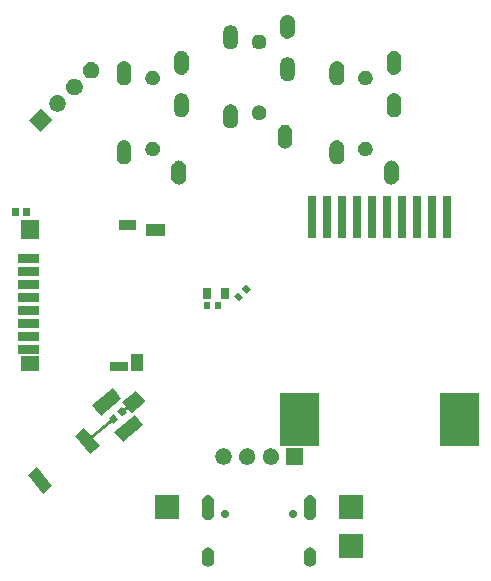
<source format=gbs>
G04 #@! TF.GenerationSoftware,KiCad,Pcbnew,5.1.5+dfsg1-2build2*
G04 #@! TF.CreationDate,2020-11-19T19:26:10+01:00*
G04 #@! TF.ProjectId,OtterCastAudioV2,4f747465-7243-4617-9374-417564696f56,rev?*
G04 #@! TF.SameCoordinates,Original*
G04 #@! TF.FileFunction,Soldermask,Bot*
G04 #@! TF.FilePolarity,Negative*
%FSLAX46Y46*%
G04 Gerber Fmt 4.6, Leading zero omitted, Abs format (unit mm)*
G04 Created by KiCad (PCBNEW 5.1.5+dfsg1-2build2) date 2020-11-19 19:26:10*
%MOMM*%
%LPD*%
G04 APERTURE LIST*
%ADD10C,0.100000*%
G04 APERTURE END LIST*
D10*
G36*
X95781937Y-121082524D02*
G01*
X95879957Y-121112258D01*
X95879960Y-121112260D01*
X95879961Y-121112260D01*
X95970295Y-121160544D01*
X96049475Y-121225525D01*
X96114456Y-121304705D01*
X96162740Y-121395038D01*
X96162742Y-121395042D01*
X96192476Y-121493062D01*
X96200000Y-121569455D01*
X96200000Y-122220545D01*
X96192476Y-122296938D01*
X96162742Y-122394958D01*
X96162740Y-122394961D01*
X96162740Y-122394962D01*
X96114456Y-122485295D01*
X96049475Y-122564475D01*
X95970295Y-122629456D01*
X95879962Y-122677740D01*
X95879958Y-122677742D01*
X95781938Y-122707476D01*
X95680000Y-122717516D01*
X95578063Y-122707476D01*
X95480043Y-122677742D01*
X95480039Y-122677740D01*
X95389706Y-122629456D01*
X95310526Y-122564475D01*
X95245545Y-122485295D01*
X95197260Y-122394962D01*
X95189523Y-122369456D01*
X95167525Y-122296938D01*
X95165679Y-122278196D01*
X95160000Y-122220541D01*
X95160000Y-121569455D01*
X95167524Y-121493063D01*
X95197258Y-121395043D01*
X95197261Y-121395038D01*
X95245544Y-121304705D01*
X95310525Y-121225525D01*
X95389705Y-121160544D01*
X95480038Y-121112260D01*
X95480039Y-121112260D01*
X95480042Y-121112258D01*
X95578062Y-121082524D01*
X95680000Y-121072484D01*
X95781937Y-121082524D01*
G37*
G36*
X104421937Y-121082524D02*
G01*
X104519957Y-121112258D01*
X104519960Y-121112260D01*
X104519961Y-121112260D01*
X104610295Y-121160544D01*
X104689475Y-121225525D01*
X104754456Y-121304705D01*
X104802740Y-121395038D01*
X104802742Y-121395042D01*
X104832476Y-121493062D01*
X104840000Y-121569455D01*
X104840000Y-122220545D01*
X104832476Y-122296938D01*
X104802742Y-122394958D01*
X104802740Y-122394961D01*
X104802740Y-122394962D01*
X104754456Y-122485295D01*
X104689475Y-122564475D01*
X104610295Y-122629456D01*
X104519962Y-122677740D01*
X104519958Y-122677742D01*
X104421938Y-122707476D01*
X104320000Y-122717516D01*
X104218063Y-122707476D01*
X104120043Y-122677742D01*
X104120039Y-122677740D01*
X104029706Y-122629456D01*
X103950526Y-122564475D01*
X103885545Y-122485295D01*
X103837260Y-122394962D01*
X103829523Y-122369456D01*
X103807525Y-122296938D01*
X103805679Y-122278196D01*
X103800000Y-122220541D01*
X103800000Y-121569455D01*
X103807524Y-121493063D01*
X103837258Y-121395043D01*
X103837261Y-121395038D01*
X103885544Y-121304705D01*
X103950525Y-121225525D01*
X104029705Y-121160544D01*
X104120038Y-121112260D01*
X104120039Y-121112260D01*
X104120042Y-121112258D01*
X104218062Y-121082524D01*
X104320000Y-121072484D01*
X104421937Y-121082524D01*
G37*
G36*
X108800000Y-122000000D02*
G01*
X106800000Y-122000000D01*
X106800000Y-120000000D01*
X108800000Y-120000000D01*
X108800000Y-122000000D01*
G37*
G36*
X95781937Y-116652524D02*
G01*
X95879957Y-116682258D01*
X95879960Y-116682260D01*
X95879961Y-116682260D01*
X95970295Y-116730544D01*
X96049475Y-116795525D01*
X96114456Y-116874705D01*
X96162740Y-116965038D01*
X96162742Y-116965042D01*
X96192476Y-117063062D01*
X96200000Y-117139455D01*
X96200000Y-118290545D01*
X96192476Y-118366938D01*
X96162742Y-118464958D01*
X96162740Y-118464961D01*
X96162740Y-118464962D01*
X96114456Y-118555295D01*
X96049475Y-118634475D01*
X95970295Y-118699456D01*
X95879962Y-118747740D01*
X95879958Y-118747742D01*
X95781938Y-118777476D01*
X95680000Y-118787516D01*
X95578063Y-118777476D01*
X95480043Y-118747742D01*
X95480039Y-118747740D01*
X95389706Y-118699456D01*
X95310526Y-118634475D01*
X95245545Y-118555295D01*
X95197261Y-118464962D01*
X95197261Y-118464961D01*
X95197259Y-118464958D01*
X95167525Y-118366938D01*
X95160001Y-118290545D01*
X95160000Y-117139456D01*
X95167524Y-117063063D01*
X95197258Y-116965043D01*
X95197261Y-116965038D01*
X95245544Y-116874705D01*
X95310525Y-116795525D01*
X95389705Y-116730544D01*
X95480038Y-116682260D01*
X95480039Y-116682260D01*
X95480042Y-116682258D01*
X95578062Y-116652524D01*
X95680000Y-116642484D01*
X95781937Y-116652524D01*
G37*
G36*
X104421937Y-116652524D02*
G01*
X104519957Y-116682258D01*
X104519960Y-116682260D01*
X104519961Y-116682260D01*
X104610295Y-116730544D01*
X104689475Y-116795525D01*
X104754456Y-116874705D01*
X104802740Y-116965038D01*
X104802742Y-116965042D01*
X104832476Y-117063062D01*
X104840000Y-117139455D01*
X104840000Y-118290545D01*
X104832476Y-118366938D01*
X104802742Y-118464958D01*
X104802740Y-118464961D01*
X104802740Y-118464962D01*
X104754456Y-118555295D01*
X104689475Y-118634475D01*
X104610295Y-118699456D01*
X104519962Y-118747740D01*
X104519958Y-118747742D01*
X104421938Y-118777476D01*
X104320000Y-118787516D01*
X104218063Y-118777476D01*
X104120043Y-118747742D01*
X104120039Y-118747740D01*
X104029706Y-118699456D01*
X103950526Y-118634475D01*
X103885545Y-118555295D01*
X103837261Y-118464962D01*
X103837261Y-118464961D01*
X103837259Y-118464958D01*
X103807525Y-118366938D01*
X103800001Y-118290545D01*
X103800000Y-117139456D01*
X103807524Y-117063063D01*
X103837258Y-116965043D01*
X103837261Y-116965038D01*
X103885544Y-116874705D01*
X103950525Y-116795525D01*
X104029705Y-116730544D01*
X104120038Y-116682260D01*
X104120039Y-116682260D01*
X104120042Y-116682258D01*
X104218062Y-116652524D01*
X104320000Y-116642484D01*
X104421937Y-116652524D01*
G37*
G36*
X93200000Y-118650000D02*
G01*
X91200000Y-118650000D01*
X91200000Y-116650000D01*
X93200000Y-116650000D01*
X93200000Y-118650000D01*
G37*
G36*
X108800000Y-118650000D02*
G01*
X106800000Y-118650000D01*
X106800000Y-116650000D01*
X108800000Y-116650000D01*
X108800000Y-118650000D01*
G37*
G36*
X102990633Y-117913258D02*
G01*
X103022026Y-117926262D01*
X103053418Y-117939264D01*
X103109925Y-117977022D01*
X103157978Y-118025075D01*
X103195736Y-118081582D01*
X103208738Y-118112974D01*
X103221742Y-118144367D01*
X103235000Y-118211020D01*
X103235000Y-118278980D01*
X103221742Y-118345633D01*
X103212917Y-118366938D01*
X103195736Y-118408418D01*
X103157978Y-118464925D01*
X103109925Y-118512978D01*
X103053418Y-118550736D01*
X103022026Y-118563739D01*
X102990633Y-118576742D01*
X102923980Y-118590000D01*
X102856020Y-118590000D01*
X102789367Y-118576742D01*
X102757974Y-118563739D01*
X102726582Y-118550736D01*
X102670075Y-118512978D01*
X102622022Y-118464925D01*
X102584264Y-118408418D01*
X102567083Y-118366938D01*
X102558258Y-118345633D01*
X102545000Y-118278980D01*
X102545000Y-118211020D01*
X102558258Y-118144367D01*
X102571261Y-118112974D01*
X102584264Y-118081582D01*
X102622022Y-118025075D01*
X102670075Y-117977022D01*
X102726582Y-117939264D01*
X102757974Y-117926262D01*
X102789367Y-117913258D01*
X102856020Y-117900000D01*
X102923980Y-117900000D01*
X102990633Y-117913258D01*
G37*
G36*
X97210633Y-117913258D02*
G01*
X97242026Y-117926262D01*
X97273418Y-117939264D01*
X97329925Y-117977022D01*
X97377978Y-118025075D01*
X97415736Y-118081582D01*
X97428738Y-118112974D01*
X97441742Y-118144367D01*
X97455000Y-118211020D01*
X97455000Y-118278980D01*
X97441742Y-118345633D01*
X97432917Y-118366938D01*
X97415736Y-118408418D01*
X97377978Y-118464925D01*
X97329925Y-118512978D01*
X97273418Y-118550736D01*
X97242026Y-118563739D01*
X97210633Y-118576742D01*
X97143980Y-118590000D01*
X97076020Y-118590000D01*
X97009367Y-118576742D01*
X96977974Y-118563739D01*
X96946582Y-118550736D01*
X96890075Y-118512978D01*
X96842022Y-118464925D01*
X96804264Y-118408418D01*
X96787083Y-118366938D01*
X96778258Y-118345633D01*
X96765000Y-118278980D01*
X96765000Y-118211020D01*
X96778258Y-118144367D01*
X96791261Y-118112974D01*
X96804264Y-118081582D01*
X96842022Y-118025075D01*
X96890075Y-117977022D01*
X96946582Y-117939264D01*
X96977974Y-117926262D01*
X97009367Y-117913258D01*
X97076020Y-117900000D01*
X97143980Y-117900000D01*
X97210633Y-117913258D01*
G37*
G36*
X82512271Y-115868364D02*
G01*
X81715584Y-116536863D01*
X80404297Y-114974132D01*
X81200984Y-114305633D01*
X82512271Y-115868364D01*
G37*
G36*
X101202724Y-112731708D02*
G01*
X101329206Y-112784099D01*
X101443037Y-112860158D01*
X101539842Y-112956963D01*
X101615901Y-113070794D01*
X101668292Y-113197276D01*
X101695000Y-113331548D01*
X101695000Y-113468452D01*
X101668292Y-113602724D01*
X101615901Y-113729206D01*
X101539842Y-113843037D01*
X101443037Y-113939842D01*
X101329206Y-114015901D01*
X101202724Y-114068292D01*
X101068452Y-114095000D01*
X100931548Y-114095000D01*
X100797276Y-114068292D01*
X100670794Y-114015901D01*
X100556963Y-113939842D01*
X100460158Y-113843037D01*
X100384099Y-113729206D01*
X100331708Y-113602724D01*
X100305000Y-113468452D01*
X100305000Y-113331548D01*
X100331708Y-113197276D01*
X100384099Y-113070794D01*
X100460158Y-112956963D01*
X100556963Y-112860158D01*
X100670794Y-112784099D01*
X100797276Y-112731708D01*
X100931548Y-112705000D01*
X101068452Y-112705000D01*
X101202724Y-112731708D01*
G37*
G36*
X99202724Y-112731708D02*
G01*
X99329206Y-112784099D01*
X99443037Y-112860158D01*
X99539842Y-112956963D01*
X99615901Y-113070794D01*
X99668292Y-113197276D01*
X99695000Y-113331548D01*
X99695000Y-113468452D01*
X99668292Y-113602724D01*
X99615901Y-113729206D01*
X99539842Y-113843037D01*
X99443037Y-113939842D01*
X99329206Y-114015901D01*
X99202724Y-114068292D01*
X99068452Y-114095000D01*
X98931548Y-114095000D01*
X98797276Y-114068292D01*
X98670794Y-114015901D01*
X98556963Y-113939842D01*
X98460158Y-113843037D01*
X98384099Y-113729206D01*
X98331708Y-113602724D01*
X98305000Y-113468452D01*
X98305000Y-113331548D01*
X98331708Y-113197276D01*
X98384099Y-113070794D01*
X98460158Y-112956963D01*
X98556963Y-112860158D01*
X98670794Y-112784099D01*
X98797276Y-112731708D01*
X98931548Y-112705000D01*
X99068452Y-112705000D01*
X99202724Y-112731708D01*
G37*
G36*
X103695000Y-114095000D02*
G01*
X102305000Y-114095000D01*
X102305000Y-112705000D01*
X103695000Y-112705000D01*
X103695000Y-114095000D01*
G37*
G36*
X97202724Y-112731708D02*
G01*
X97329206Y-112784099D01*
X97443037Y-112860158D01*
X97539842Y-112956963D01*
X97615901Y-113070794D01*
X97668292Y-113197276D01*
X97695000Y-113331548D01*
X97695000Y-113468452D01*
X97668292Y-113602724D01*
X97615901Y-113729206D01*
X97539842Y-113843037D01*
X97443037Y-113939842D01*
X97329206Y-114015901D01*
X97202724Y-114068292D01*
X97068452Y-114095000D01*
X96931548Y-114095000D01*
X96797276Y-114068292D01*
X96670794Y-114015901D01*
X96556963Y-113939842D01*
X96460158Y-113843037D01*
X96384099Y-113729206D01*
X96331708Y-113602724D01*
X96305000Y-113468452D01*
X96305000Y-113331548D01*
X96331708Y-113197276D01*
X96384099Y-113070794D01*
X96460158Y-112956963D01*
X96556963Y-112860158D01*
X96670794Y-112784099D01*
X96797276Y-112731708D01*
X96931548Y-112705000D01*
X97068452Y-112705000D01*
X97202724Y-112731708D01*
G37*
G36*
X88091089Y-110273394D02*
G01*
X87677425Y-110620499D01*
X87564933Y-110486436D01*
X87561435Y-110483013D01*
X87557330Y-110480335D01*
X87552783Y-110478509D01*
X87547966Y-110477605D01*
X87543065Y-110477659D01*
X87538270Y-110478667D01*
X87533763Y-110480592D01*
X87529720Y-110483358D01*
X87366281Y-110620499D01*
X85936344Y-111820359D01*
X85932917Y-111823862D01*
X85930239Y-111827966D01*
X85928413Y-111832514D01*
X85927509Y-111837330D01*
X85927563Y-111842231D01*
X85928571Y-111847026D01*
X85930496Y-111851533D01*
X85933263Y-111855578D01*
X86495703Y-112525868D01*
X85699016Y-113194367D01*
X84387729Y-111631636D01*
X85184416Y-110963137D01*
X85746856Y-111633427D01*
X85750359Y-111636854D01*
X85754463Y-111639532D01*
X85759011Y-111641358D01*
X85763827Y-111642262D01*
X85768728Y-111642208D01*
X85773523Y-111641200D01*
X85778030Y-111639275D01*
X85782075Y-111636508D01*
X87375449Y-110299508D01*
X87378876Y-110296005D01*
X87381554Y-110291901D01*
X87383380Y-110287353D01*
X87384284Y-110282537D01*
X87384230Y-110277636D01*
X87383222Y-110272841D01*
X87381297Y-110268334D01*
X87378530Y-110264289D01*
X87266041Y-110130230D01*
X87679705Y-109783125D01*
X88091089Y-110273394D01*
G37*
G36*
X105100000Y-112520000D02*
G01*
X101780000Y-112520000D01*
X101780000Y-107980000D01*
X105100000Y-107980000D01*
X105100000Y-112520000D01*
G37*
G36*
X118620000Y-112520000D02*
G01*
X115300000Y-112520000D01*
X115300000Y-107980000D01*
X118620000Y-107980000D01*
X118620000Y-112520000D01*
G37*
G36*
X89826817Y-110272841D02*
G01*
X90202668Y-110720762D01*
X90202668Y-110720763D01*
X88486728Y-112160607D01*
X88049279Y-111639275D01*
X87753950Y-111287316D01*
X87753950Y-111287315D01*
X89469890Y-109847471D01*
X89826817Y-110272841D01*
G37*
G36*
X89581329Y-107807385D02*
G01*
X89584984Y-107808852D01*
X89588284Y-107811006D01*
X89591985Y-107814627D01*
X90361746Y-108731992D01*
X90362445Y-108733014D01*
X90364670Y-108736266D01*
X90366217Y-108739889D01*
X90367028Y-108743744D01*
X90367071Y-108747684D01*
X90366344Y-108751556D01*
X90364877Y-108755211D01*
X90362723Y-108758511D01*
X90359102Y-108762212D01*
X89211924Y-109724810D01*
X89210902Y-109725509D01*
X89207650Y-109727734D01*
X89204027Y-109729281D01*
X89200172Y-109730092D01*
X89196232Y-109730135D01*
X89192360Y-109729408D01*
X89192044Y-109729281D01*
X89188705Y-109727941D01*
X89185405Y-109725787D01*
X89181704Y-109722166D01*
X88890167Y-109374725D01*
X88886664Y-109371298D01*
X88882560Y-109368620D01*
X88878012Y-109366794D01*
X88873196Y-109365890D01*
X88868295Y-109365944D01*
X88863500Y-109366952D01*
X88858993Y-109368877D01*
X88854948Y-109371644D01*
X88702071Y-109499923D01*
X88698644Y-109503426D01*
X88695966Y-109507530D01*
X88694140Y-109512078D01*
X88693236Y-109516894D01*
X88693290Y-109521795D01*
X88694298Y-109526590D01*
X88696223Y-109531097D01*
X88698990Y-109535142D01*
X88797690Y-109652769D01*
X88798389Y-109653791D01*
X88800614Y-109657043D01*
X88802161Y-109660666D01*
X88802972Y-109664521D01*
X88803015Y-109668461D01*
X88802288Y-109672333D01*
X88800821Y-109675988D01*
X88798667Y-109679288D01*
X88795046Y-109682989D01*
X88413912Y-110002798D01*
X88412890Y-110003497D01*
X88409638Y-110005722D01*
X88406015Y-110007269D01*
X88402160Y-110008080D01*
X88398220Y-110008123D01*
X88394348Y-110007396D01*
X88394032Y-110007269D01*
X88390693Y-110005929D01*
X88387393Y-110003775D01*
X88383692Y-110000154D01*
X87999604Y-109542416D01*
X87996681Y-109538143D01*
X87996680Y-109538142D01*
X87995133Y-109534519D01*
X87994322Y-109530664D01*
X87994279Y-109526724D01*
X87995006Y-109522852D01*
X87995430Y-109521795D01*
X87996473Y-109519197D01*
X87998627Y-109515897D01*
X88002248Y-109512196D01*
X88383382Y-109192386D01*
X88387655Y-109189463D01*
X88387656Y-109189462D01*
X88391279Y-109187915D01*
X88395134Y-109187104D01*
X88399074Y-109187061D01*
X88402946Y-109187788D01*
X88406601Y-109189255D01*
X88409901Y-109191409D01*
X88413602Y-109195030D01*
X88512302Y-109312657D01*
X88515804Y-109316084D01*
X88519909Y-109318762D01*
X88524456Y-109320588D01*
X88529273Y-109321492D01*
X88534173Y-109321438D01*
X88538969Y-109320430D01*
X88543476Y-109318505D01*
X88547521Y-109315738D01*
X88700398Y-109187459D01*
X88703825Y-109183956D01*
X88706503Y-109179852D01*
X88708329Y-109175304D01*
X88709233Y-109170488D01*
X88709179Y-109165587D01*
X88708171Y-109160792D01*
X88706246Y-109156285D01*
X88703479Y-109152240D01*
X88411942Y-108804800D01*
X88409019Y-108800527D01*
X88409018Y-108800526D01*
X88407471Y-108796903D01*
X88406660Y-108793048D01*
X88406617Y-108789108D01*
X88407344Y-108785236D01*
X88408811Y-108781581D01*
X88410965Y-108778281D01*
X88414586Y-108774580D01*
X89561765Y-107811983D01*
X89566038Y-107809060D01*
X89566039Y-107809059D01*
X89569662Y-107807512D01*
X89573517Y-107806701D01*
X89577457Y-107806658D01*
X89581329Y-107807385D01*
G37*
G36*
X87972195Y-108062588D02*
G01*
X88338584Y-108499233D01*
X88338584Y-108499234D01*
X86622644Y-109939078D01*
X86146511Y-109371644D01*
X85889866Y-109065787D01*
X85889866Y-109065786D01*
X87605806Y-107625942D01*
X87972195Y-108062588D01*
G37*
G36*
X90195000Y-106195000D02*
G01*
X89155000Y-106195000D01*
X89155000Y-104705000D01*
X90195000Y-104705000D01*
X90195000Y-106195000D01*
G37*
G36*
X88945000Y-106195000D02*
G01*
X87405000Y-106195000D01*
X87405000Y-105355000D01*
X88945000Y-105355000D01*
X88945000Y-106195000D01*
G37*
G36*
X81345000Y-106195000D02*
G01*
X79805000Y-106195000D01*
X79805000Y-104855000D01*
X81345000Y-104855000D01*
X81345000Y-106195000D01*
G37*
G36*
X81345000Y-104695000D02*
G01*
X79555000Y-104695000D01*
X79555000Y-103955000D01*
X81345000Y-103955000D01*
X81345000Y-104695000D01*
G37*
G36*
X81345000Y-103595000D02*
G01*
X79555000Y-103595000D01*
X79555000Y-102855000D01*
X81345000Y-102855000D01*
X81345000Y-103595000D01*
G37*
G36*
X81345000Y-102495000D02*
G01*
X79555000Y-102495000D01*
X79555000Y-101755000D01*
X81345000Y-101755000D01*
X81345000Y-102495000D01*
G37*
G36*
X81345000Y-101395000D02*
G01*
X79555000Y-101395000D01*
X79555000Y-100655000D01*
X81345000Y-100655000D01*
X81345000Y-101395000D01*
G37*
G36*
X96790000Y-100920000D02*
G01*
X96250000Y-100920000D01*
X96250000Y-100280000D01*
X96790000Y-100280000D01*
X96790000Y-100920000D01*
G37*
G36*
X95850000Y-100920000D02*
G01*
X95310000Y-100920000D01*
X95310000Y-100280000D01*
X95850000Y-100280000D01*
X95850000Y-100920000D01*
G37*
G36*
X98684853Y-99917695D02*
G01*
X98303015Y-100299533D01*
X97850467Y-99846985D01*
X98232305Y-99465147D01*
X98684853Y-99917695D01*
G37*
G36*
X81345000Y-100295000D02*
G01*
X79555000Y-100295000D01*
X79555000Y-99555000D01*
X81345000Y-99555000D01*
X81345000Y-100295000D01*
G37*
G36*
X97420000Y-100070000D02*
G01*
X96780000Y-100070000D01*
X96780000Y-99130000D01*
X97420000Y-99130000D01*
X97420000Y-100070000D01*
G37*
G36*
X95920000Y-100070000D02*
G01*
X95280000Y-100070000D01*
X95280000Y-99130000D01*
X95920000Y-99130000D01*
X95920000Y-100070000D01*
G37*
G36*
X99349533Y-99253015D02*
G01*
X98967695Y-99634853D01*
X98515147Y-99182305D01*
X98896985Y-98800467D01*
X99349533Y-99253015D01*
G37*
G36*
X81345000Y-99195000D02*
G01*
X79555000Y-99195000D01*
X79555000Y-98455000D01*
X81345000Y-98455000D01*
X81345000Y-99195000D01*
G37*
G36*
X81345000Y-98095000D02*
G01*
X79555000Y-98095000D01*
X79555000Y-97355000D01*
X81345000Y-97355000D01*
X81345000Y-98095000D01*
G37*
G36*
X81345000Y-96995000D02*
G01*
X79555000Y-96995000D01*
X79555000Y-96255000D01*
X81345000Y-96255000D01*
X81345000Y-96995000D01*
G37*
G36*
X81345000Y-94945000D02*
G01*
X79805000Y-94945000D01*
X79805000Y-93405000D01*
X81345000Y-93405000D01*
X81345000Y-94945000D01*
G37*
G36*
X106125000Y-94870000D02*
G01*
X105385000Y-94870000D01*
X105385000Y-91330000D01*
X106125000Y-91330000D01*
X106125000Y-94870000D01*
G37*
G36*
X107395000Y-94870000D02*
G01*
X106655000Y-94870000D01*
X106655000Y-91330000D01*
X107395000Y-91330000D01*
X107395000Y-94870000D01*
G37*
G36*
X108665000Y-94870000D02*
G01*
X107925000Y-94870000D01*
X107925000Y-91330000D01*
X108665000Y-91330000D01*
X108665000Y-94870000D01*
G37*
G36*
X109935000Y-94870000D02*
G01*
X109195000Y-94870000D01*
X109195000Y-91330000D01*
X109935000Y-91330000D01*
X109935000Y-94870000D01*
G37*
G36*
X112475000Y-94870000D02*
G01*
X111735000Y-94870000D01*
X111735000Y-91330000D01*
X112475000Y-91330000D01*
X112475000Y-94870000D01*
G37*
G36*
X113745000Y-94870000D02*
G01*
X113005000Y-94870000D01*
X113005000Y-91330000D01*
X113745000Y-91330000D01*
X113745000Y-94870000D01*
G37*
G36*
X115015000Y-94870000D02*
G01*
X114275000Y-94870000D01*
X114275000Y-91330000D01*
X115015000Y-91330000D01*
X115015000Y-94870000D01*
G37*
G36*
X116285000Y-94870000D02*
G01*
X115545000Y-94870000D01*
X115545000Y-91330000D01*
X116285000Y-91330000D01*
X116285000Y-94870000D01*
G37*
G36*
X104855000Y-94870000D02*
G01*
X104115000Y-94870000D01*
X104115000Y-91330000D01*
X104855000Y-91330000D01*
X104855000Y-94870000D01*
G37*
G36*
X111205000Y-94870000D02*
G01*
X110465000Y-94870000D01*
X110465000Y-91330000D01*
X111205000Y-91330000D01*
X111205000Y-94870000D01*
G37*
G36*
X92045000Y-94745000D02*
G01*
X90455000Y-94745000D01*
X90455000Y-93705000D01*
X92045000Y-93705000D01*
X92045000Y-94745000D01*
G37*
G36*
X89545000Y-94245000D02*
G01*
X88105000Y-94245000D01*
X88105000Y-93405000D01*
X89545000Y-93405000D01*
X89545000Y-94245000D01*
G37*
G36*
X80590000Y-93020000D02*
G01*
X80050000Y-93020000D01*
X80050000Y-92380000D01*
X80590000Y-92380000D01*
X80590000Y-93020000D01*
G37*
G36*
X79650000Y-93020000D02*
G01*
X79110000Y-93020000D01*
X79110000Y-92380000D01*
X79650000Y-92380000D01*
X79650000Y-93020000D01*
G37*
G36*
X93321541Y-88338972D02*
G01*
X93438415Y-88374425D01*
X93514854Y-88415283D01*
X93546120Y-88431995D01*
X93640527Y-88509473D01*
X93718005Y-88603880D01*
X93734717Y-88635146D01*
X93775575Y-88711585D01*
X93811028Y-88828459D01*
X93820000Y-88919553D01*
X93820000Y-89780447D01*
X93811028Y-89871541D01*
X93775575Y-89988415D01*
X93734717Y-90064854D01*
X93718005Y-90096120D01*
X93640527Y-90190527D01*
X93546119Y-90268005D01*
X93546117Y-90268006D01*
X93438414Y-90325575D01*
X93321540Y-90361028D01*
X93200000Y-90372999D01*
X93078459Y-90361028D01*
X92961585Y-90325575D01*
X92885146Y-90284717D01*
X92853880Y-90268005D01*
X92759473Y-90190527D01*
X92681995Y-90096119D01*
X92678703Y-90089959D01*
X92624425Y-89988414D01*
X92588972Y-89871540D01*
X92580000Y-89780446D01*
X92580000Y-88919553D01*
X92588972Y-88828455D01*
X92624424Y-88711590D01*
X92653211Y-88657734D01*
X92681996Y-88603880D01*
X92759474Y-88509473D01*
X92853881Y-88431995D01*
X92885147Y-88415283D01*
X92961586Y-88374425D01*
X93078460Y-88338972D01*
X93200000Y-88327001D01*
X93321541Y-88338972D01*
G37*
G36*
X111321541Y-88338972D02*
G01*
X111438415Y-88374425D01*
X111514854Y-88415283D01*
X111546120Y-88431995D01*
X111640527Y-88509473D01*
X111718005Y-88603880D01*
X111734717Y-88635146D01*
X111775575Y-88711585D01*
X111811028Y-88828459D01*
X111820000Y-88919553D01*
X111820000Y-89780447D01*
X111811028Y-89871541D01*
X111775575Y-89988415D01*
X111734717Y-90064854D01*
X111718005Y-90096120D01*
X111640527Y-90190527D01*
X111546119Y-90268005D01*
X111546117Y-90268006D01*
X111438414Y-90325575D01*
X111321540Y-90361028D01*
X111200000Y-90372999D01*
X111078459Y-90361028D01*
X110961585Y-90325575D01*
X110885146Y-90284717D01*
X110853880Y-90268005D01*
X110759473Y-90190527D01*
X110681995Y-90096119D01*
X110678703Y-90089959D01*
X110624425Y-89988414D01*
X110588972Y-89871540D01*
X110580000Y-89780446D01*
X110580000Y-88919553D01*
X110588972Y-88828455D01*
X110624424Y-88711590D01*
X110653211Y-88657734D01*
X110681996Y-88603880D01*
X110759474Y-88509473D01*
X110853881Y-88431995D01*
X110885147Y-88415283D01*
X110961586Y-88374425D01*
X111078460Y-88338972D01*
X111200000Y-88327001D01*
X111321541Y-88338972D01*
G37*
G36*
X106701541Y-86638972D02*
G01*
X106818415Y-86674425D01*
X106894854Y-86715283D01*
X106926120Y-86731995D01*
X107020527Y-86809473D01*
X107068900Y-86868415D01*
X107098004Y-86903879D01*
X107155575Y-87011585D01*
X107166050Y-87046117D01*
X107191028Y-87128459D01*
X107199848Y-87218004D01*
X107200000Y-87219553D01*
X107200000Y-88080447D01*
X107191028Y-88171541D01*
X107155575Y-88288415D01*
X107128551Y-88338972D01*
X107098005Y-88396120D01*
X107020527Y-88490527D01*
X106926119Y-88568005D01*
X106926117Y-88568006D01*
X106818414Y-88625575D01*
X106701540Y-88661028D01*
X106580000Y-88672999D01*
X106458459Y-88661028D01*
X106341585Y-88625575D01*
X106265146Y-88584717D01*
X106233880Y-88568005D01*
X106139473Y-88490527D01*
X106061995Y-88396119D01*
X106050399Y-88374424D01*
X106004425Y-88288414D01*
X105968972Y-88171540D01*
X105960000Y-88080446D01*
X105960000Y-87219553D01*
X105960153Y-87218004D01*
X105967783Y-87140527D01*
X105968972Y-87128455D01*
X106004424Y-87011590D01*
X106043537Y-86938415D01*
X106061996Y-86903880D01*
X106139474Y-86809473D01*
X106233881Y-86731995D01*
X106265147Y-86715283D01*
X106341586Y-86674425D01*
X106458460Y-86638972D01*
X106580000Y-86627001D01*
X106701541Y-86638972D01*
G37*
G36*
X88701541Y-86638972D02*
G01*
X88818415Y-86674425D01*
X88894854Y-86715283D01*
X88926120Y-86731995D01*
X89020527Y-86809473D01*
X89068900Y-86868415D01*
X89098004Y-86903879D01*
X89155575Y-87011585D01*
X89166050Y-87046117D01*
X89191028Y-87128459D01*
X89199848Y-87218004D01*
X89200000Y-87219553D01*
X89200000Y-88080447D01*
X89191028Y-88171541D01*
X89155575Y-88288415D01*
X89128551Y-88338972D01*
X89098005Y-88396120D01*
X89020527Y-88490527D01*
X88926119Y-88568005D01*
X88926117Y-88568006D01*
X88818414Y-88625575D01*
X88701540Y-88661028D01*
X88580000Y-88672999D01*
X88458459Y-88661028D01*
X88341585Y-88625575D01*
X88265146Y-88584717D01*
X88233880Y-88568005D01*
X88139473Y-88490527D01*
X88061995Y-88396119D01*
X88050399Y-88374424D01*
X88004425Y-88288414D01*
X87968972Y-88171540D01*
X87960000Y-88080446D01*
X87960000Y-87219553D01*
X87960153Y-87218004D01*
X87967783Y-87140527D01*
X87968972Y-87128455D01*
X88004424Y-87011590D01*
X88043537Y-86938415D01*
X88061996Y-86903880D01*
X88139474Y-86809473D01*
X88233881Y-86731995D01*
X88265147Y-86715283D01*
X88341586Y-86674425D01*
X88458460Y-86638972D01*
X88580000Y-86627001D01*
X88701541Y-86638972D01*
G37*
G36*
X109180847Y-86753826D02*
G01*
X109293680Y-86800563D01*
X109395227Y-86868414D01*
X109481586Y-86954773D01*
X109549437Y-87056320D01*
X109596174Y-87169153D01*
X109620000Y-87288935D01*
X109620000Y-87411065D01*
X109596174Y-87530847D01*
X109549437Y-87643680D01*
X109481586Y-87745227D01*
X109395227Y-87831586D01*
X109293680Y-87899437D01*
X109180847Y-87946174D01*
X109061065Y-87970000D01*
X108938935Y-87970000D01*
X108819153Y-87946174D01*
X108706320Y-87899437D01*
X108604773Y-87831586D01*
X108518414Y-87745227D01*
X108450563Y-87643680D01*
X108403826Y-87530847D01*
X108380000Y-87411065D01*
X108380000Y-87288935D01*
X108403826Y-87169153D01*
X108450563Y-87056320D01*
X108518414Y-86954773D01*
X108604773Y-86868414D01*
X108706320Y-86800563D01*
X108819153Y-86753826D01*
X108938935Y-86730000D01*
X109061065Y-86730000D01*
X109180847Y-86753826D01*
G37*
G36*
X91180847Y-86753826D02*
G01*
X91293680Y-86800563D01*
X91395227Y-86868414D01*
X91481586Y-86954773D01*
X91549437Y-87056320D01*
X91596174Y-87169153D01*
X91620000Y-87288935D01*
X91620000Y-87411065D01*
X91596174Y-87530847D01*
X91549437Y-87643680D01*
X91481586Y-87745227D01*
X91395227Y-87831586D01*
X91293680Y-87899437D01*
X91180847Y-87946174D01*
X91061065Y-87970000D01*
X90938935Y-87970000D01*
X90819153Y-87946174D01*
X90706320Y-87899437D01*
X90604773Y-87831586D01*
X90518414Y-87745227D01*
X90450563Y-87643680D01*
X90403826Y-87530847D01*
X90380000Y-87411065D01*
X90380000Y-87288935D01*
X90403826Y-87169153D01*
X90450563Y-87056320D01*
X90518414Y-86954773D01*
X90604773Y-86868414D01*
X90706320Y-86800563D01*
X90819153Y-86753826D01*
X90938935Y-86730000D01*
X91061065Y-86730000D01*
X91180847Y-86753826D01*
G37*
G36*
X102321541Y-85288972D02*
G01*
X102438415Y-85324425D01*
X102514854Y-85365283D01*
X102546120Y-85381995D01*
X102640527Y-85459473D01*
X102718005Y-85553880D01*
X102734717Y-85585146D01*
X102775575Y-85661585D01*
X102811027Y-85778455D01*
X102811028Y-85778459D01*
X102820000Y-85869551D01*
X102820000Y-86730449D01*
X102817697Y-86753827D01*
X102811028Y-86821541D01*
X102775575Y-86938415D01*
X102734717Y-87014854D01*
X102718005Y-87046120D01*
X102640527Y-87140527D01*
X102546119Y-87218005D01*
X102546117Y-87218006D01*
X102438414Y-87275575D01*
X102321540Y-87311028D01*
X102200000Y-87322999D01*
X102078459Y-87311028D01*
X102005634Y-87288937D01*
X101961585Y-87275575D01*
X101885146Y-87234717D01*
X101853880Y-87218005D01*
X101759473Y-87140527D01*
X101681995Y-87046119D01*
X101663539Y-87011590D01*
X101624425Y-86938414D01*
X101588972Y-86821540D01*
X101580000Y-86730448D01*
X101580000Y-85869551D01*
X101588972Y-85778459D01*
X101588972Y-85778455D01*
X101624424Y-85661590D01*
X101681996Y-85553880D01*
X101759474Y-85459473D01*
X101853881Y-85381995D01*
X101885147Y-85365283D01*
X101961586Y-85324425D01*
X102078460Y-85288972D01*
X102200000Y-85277001D01*
X102321541Y-85288972D01*
G37*
G36*
X82493090Y-84911305D02*
G01*
X81501672Y-85885569D01*
X80527408Y-84894151D01*
X81518826Y-83919887D01*
X82493090Y-84911305D01*
G37*
G36*
X97701541Y-83588972D02*
G01*
X97818415Y-83624425D01*
X97894854Y-83665283D01*
X97926120Y-83681995D01*
X98020527Y-83759473D01*
X98078502Y-83830115D01*
X98098004Y-83853879D01*
X98155575Y-83961585D01*
X98191027Y-84078455D01*
X98191028Y-84078459D01*
X98199966Y-84169201D01*
X98200000Y-84169553D01*
X98200000Y-85030447D01*
X98191028Y-85121541D01*
X98155575Y-85238415D01*
X98128551Y-85288972D01*
X98098005Y-85346120D01*
X98020527Y-85440527D01*
X97926119Y-85518005D01*
X97926117Y-85518006D01*
X97818414Y-85575575D01*
X97701540Y-85611028D01*
X97580000Y-85622999D01*
X97458459Y-85611028D01*
X97341585Y-85575575D01*
X97265146Y-85534717D01*
X97233880Y-85518005D01*
X97139473Y-85440527D01*
X97061995Y-85346119D01*
X97050399Y-85324424D01*
X97004425Y-85238414D01*
X96968972Y-85121540D01*
X96960000Y-85030446D01*
X96960000Y-84169553D01*
X96960035Y-84169201D01*
X96968972Y-84078459D01*
X96968972Y-84078455D01*
X97004424Y-83961590D01*
X97061997Y-83853879D01*
X97081500Y-83830115D01*
X97139474Y-83759473D01*
X97233881Y-83681995D01*
X97265147Y-83665283D01*
X97341586Y-83624425D01*
X97458460Y-83588972D01*
X97580000Y-83577001D01*
X97701541Y-83588972D01*
G37*
G36*
X100180847Y-83703826D02*
G01*
X100293680Y-83750563D01*
X100395227Y-83818414D01*
X100481586Y-83904773D01*
X100549437Y-84006320D01*
X100596174Y-84119153D01*
X100620000Y-84238935D01*
X100620000Y-84361065D01*
X100596174Y-84480847D01*
X100549437Y-84593680D01*
X100481586Y-84695227D01*
X100395227Y-84781586D01*
X100293680Y-84849437D01*
X100180847Y-84896174D01*
X100061065Y-84920000D01*
X99938935Y-84920000D01*
X99819153Y-84896174D01*
X99706320Y-84849437D01*
X99604773Y-84781586D01*
X99518414Y-84695227D01*
X99450563Y-84593680D01*
X99403826Y-84480847D01*
X99380000Y-84361065D01*
X99380000Y-84238935D01*
X99403826Y-84119153D01*
X99450563Y-84006320D01*
X99518414Y-83904773D01*
X99604773Y-83818414D01*
X99706320Y-83750563D01*
X99819153Y-83703826D01*
X99938935Y-83680000D01*
X100061065Y-83680000D01*
X100180847Y-83703826D01*
G37*
G36*
X93541541Y-82638972D02*
G01*
X93658415Y-82674425D01*
X93734309Y-82714992D01*
X93766120Y-82731995D01*
X93766122Y-82731996D01*
X93766121Y-82731996D01*
X93860527Y-82809473D01*
X93938004Y-82903879D01*
X93995575Y-83011585D01*
X94031028Y-83128459D01*
X94040000Y-83219553D01*
X94040000Y-84080447D01*
X94031028Y-84171541D01*
X93995575Y-84288415D01*
X93956743Y-84361063D01*
X93938005Y-84396120D01*
X93860527Y-84490527D01*
X93766119Y-84568005D01*
X93766117Y-84568006D01*
X93658414Y-84625575D01*
X93541540Y-84661028D01*
X93420000Y-84672999D01*
X93298459Y-84661028D01*
X93181585Y-84625575D01*
X93105146Y-84584717D01*
X93073880Y-84568005D01*
X92979473Y-84490527D01*
X92901995Y-84396119D01*
X92883257Y-84361063D01*
X92844425Y-84288414D01*
X92808972Y-84171540D01*
X92803812Y-84119152D01*
X92800000Y-84080448D01*
X92800000Y-83219551D01*
X92808972Y-83128459D01*
X92808972Y-83128455D01*
X92844424Y-83011590D01*
X92901997Y-82903879D01*
X92979474Y-82809473D01*
X93073880Y-82731996D01*
X93073879Y-82731996D01*
X93073881Y-82731995D01*
X93105692Y-82714992D01*
X93181586Y-82674425D01*
X93298460Y-82638972D01*
X93420000Y-82627001D01*
X93541541Y-82638972D01*
G37*
G36*
X111541541Y-82638972D02*
G01*
X111658415Y-82674425D01*
X111734309Y-82714992D01*
X111766120Y-82731995D01*
X111766122Y-82731996D01*
X111766121Y-82731996D01*
X111860527Y-82809473D01*
X111938004Y-82903879D01*
X111995575Y-83011585D01*
X112031028Y-83128459D01*
X112040000Y-83219553D01*
X112040000Y-84080447D01*
X112031028Y-84171541D01*
X111995575Y-84288415D01*
X111956743Y-84361063D01*
X111938005Y-84396120D01*
X111860527Y-84490527D01*
X111766119Y-84568005D01*
X111766117Y-84568006D01*
X111658414Y-84625575D01*
X111541540Y-84661028D01*
X111420000Y-84672999D01*
X111298459Y-84661028D01*
X111181585Y-84625575D01*
X111105146Y-84584717D01*
X111073880Y-84568005D01*
X110979473Y-84490527D01*
X110901995Y-84396119D01*
X110883257Y-84361063D01*
X110844425Y-84288414D01*
X110808972Y-84171540D01*
X110803812Y-84119152D01*
X110800000Y-84080448D01*
X110800000Y-83219551D01*
X110808972Y-83128459D01*
X110808972Y-83128455D01*
X110844424Y-83011590D01*
X110901997Y-82903879D01*
X110979474Y-82809473D01*
X111073880Y-82731996D01*
X111073879Y-82731996D01*
X111073881Y-82731995D01*
X111105692Y-82714992D01*
X111181586Y-82674425D01*
X111298460Y-82638972D01*
X111420000Y-82627001D01*
X111541541Y-82638972D01*
G37*
G36*
X83139474Y-82832617D02*
G01*
X83265956Y-82885008D01*
X83379787Y-82961067D01*
X83476592Y-83057872D01*
X83552651Y-83171703D01*
X83605042Y-83298185D01*
X83631750Y-83432457D01*
X83631750Y-83569361D01*
X83605042Y-83703633D01*
X83552651Y-83830115D01*
X83476592Y-83943946D01*
X83379787Y-84040751D01*
X83265956Y-84116810D01*
X83139474Y-84169201D01*
X83005202Y-84195909D01*
X82868298Y-84195909D01*
X82734026Y-84169201D01*
X82607544Y-84116810D01*
X82493713Y-84040751D01*
X82396908Y-83943946D01*
X82320849Y-83830115D01*
X82268458Y-83703633D01*
X82241750Y-83569361D01*
X82241750Y-83432457D01*
X82268458Y-83298185D01*
X82320849Y-83171703D01*
X82396908Y-83057872D01*
X82493713Y-82961067D01*
X82607544Y-82885008D01*
X82734026Y-82832617D01*
X82868298Y-82805909D01*
X83005202Y-82805909D01*
X83139474Y-82832617D01*
G37*
G36*
X84565974Y-81430799D02*
G01*
X84692456Y-81483190D01*
X84806287Y-81559249D01*
X84903092Y-81656054D01*
X84979151Y-81769885D01*
X85031542Y-81896367D01*
X85058250Y-82030639D01*
X85058250Y-82167543D01*
X85031542Y-82301815D01*
X84979151Y-82428297D01*
X84903092Y-82542128D01*
X84806287Y-82638933D01*
X84692456Y-82714992D01*
X84565974Y-82767383D01*
X84431702Y-82794091D01*
X84294798Y-82794091D01*
X84160526Y-82767383D01*
X84034044Y-82714992D01*
X83920213Y-82638933D01*
X83823408Y-82542128D01*
X83747349Y-82428297D01*
X83694958Y-82301815D01*
X83668250Y-82167543D01*
X83668250Y-82030639D01*
X83694958Y-81896367D01*
X83747349Y-81769885D01*
X83823408Y-81656054D01*
X83920213Y-81559249D01*
X84034044Y-81483190D01*
X84160526Y-81430799D01*
X84294798Y-81404091D01*
X84431702Y-81404091D01*
X84565974Y-81430799D01*
G37*
G36*
X106701541Y-79938972D02*
G01*
X106818415Y-79974425D01*
X106870512Y-80002272D01*
X106926120Y-80031995D01*
X106982736Y-80078459D01*
X107020527Y-80109473D01*
X107098004Y-80203879D01*
X107155575Y-80311585D01*
X107172708Y-80368066D01*
X107191028Y-80428459D01*
X107200000Y-80519551D01*
X107200000Y-81380449D01*
X107195041Y-81430799D01*
X107191028Y-81471541D01*
X107155575Y-81588415D01*
X107114717Y-81664854D01*
X107098005Y-81696120D01*
X107020527Y-81790527D01*
X106926119Y-81868005D01*
X106926117Y-81868006D01*
X106818414Y-81925575D01*
X106701540Y-81961028D01*
X106580000Y-81972999D01*
X106458459Y-81961028D01*
X106341585Y-81925575D01*
X106265146Y-81884717D01*
X106233880Y-81868005D01*
X106139473Y-81790527D01*
X106061995Y-81696119D01*
X106040580Y-81656054D01*
X106004425Y-81588414D01*
X105968972Y-81471540D01*
X105963016Y-81411065D01*
X105960000Y-81380448D01*
X105960000Y-80519551D01*
X105963851Y-80480448D01*
X105968972Y-80428455D01*
X106004424Y-80311590D01*
X106061997Y-80203879D01*
X106139474Y-80109473D01*
X106177265Y-80078459D01*
X106233881Y-80031995D01*
X106289489Y-80002272D01*
X106341586Y-79974425D01*
X106458460Y-79938972D01*
X106580000Y-79927001D01*
X106701541Y-79938972D01*
G37*
G36*
X88701541Y-79938972D02*
G01*
X88818415Y-79974425D01*
X88870512Y-80002272D01*
X88926120Y-80031995D01*
X88982736Y-80078459D01*
X89020527Y-80109473D01*
X89098004Y-80203879D01*
X89155575Y-80311585D01*
X89172708Y-80368066D01*
X89191028Y-80428459D01*
X89200000Y-80519551D01*
X89200000Y-81380449D01*
X89195041Y-81430799D01*
X89191028Y-81471541D01*
X89155575Y-81588415D01*
X89114717Y-81664854D01*
X89098005Y-81696120D01*
X89020527Y-81790527D01*
X88926119Y-81868005D01*
X88926117Y-81868006D01*
X88818414Y-81925575D01*
X88701540Y-81961028D01*
X88580000Y-81972999D01*
X88458459Y-81961028D01*
X88341585Y-81925575D01*
X88265146Y-81884717D01*
X88233880Y-81868005D01*
X88139473Y-81790527D01*
X88061995Y-81696119D01*
X88040580Y-81656054D01*
X88004425Y-81588414D01*
X87968972Y-81471540D01*
X87963016Y-81411065D01*
X87960000Y-81380448D01*
X87960000Y-80519551D01*
X87963851Y-80480448D01*
X87968972Y-80428455D01*
X88004424Y-80311590D01*
X88061997Y-80203879D01*
X88139474Y-80109473D01*
X88177265Y-80078459D01*
X88233881Y-80031995D01*
X88289489Y-80002272D01*
X88341586Y-79974425D01*
X88458460Y-79938972D01*
X88580000Y-79927001D01*
X88701541Y-79938972D01*
G37*
G36*
X91180847Y-80753826D02*
G01*
X91293680Y-80800563D01*
X91395227Y-80868414D01*
X91481586Y-80954773D01*
X91549437Y-81056320D01*
X91596174Y-81169153D01*
X91620000Y-81288935D01*
X91620000Y-81411065D01*
X91596174Y-81530847D01*
X91549437Y-81643680D01*
X91481586Y-81745227D01*
X91395227Y-81831586D01*
X91293680Y-81899437D01*
X91180847Y-81946174D01*
X91061065Y-81970000D01*
X90938935Y-81970000D01*
X90819153Y-81946174D01*
X90706320Y-81899437D01*
X90604773Y-81831586D01*
X90518414Y-81745227D01*
X90450563Y-81643680D01*
X90403826Y-81530847D01*
X90380000Y-81411065D01*
X90380000Y-81288935D01*
X90403826Y-81169153D01*
X90450563Y-81056320D01*
X90518414Y-80954773D01*
X90604773Y-80868414D01*
X90706320Y-80800563D01*
X90819153Y-80753826D01*
X90938935Y-80730000D01*
X91061065Y-80730000D01*
X91180847Y-80753826D01*
G37*
G36*
X109180847Y-80753826D02*
G01*
X109293680Y-80800563D01*
X109395227Y-80868414D01*
X109481586Y-80954773D01*
X109549437Y-81056320D01*
X109596174Y-81169153D01*
X109620000Y-81288935D01*
X109620000Y-81411065D01*
X109596174Y-81530847D01*
X109549437Y-81643680D01*
X109481586Y-81745227D01*
X109395227Y-81831586D01*
X109293680Y-81899437D01*
X109180847Y-81946174D01*
X109061065Y-81970000D01*
X108938935Y-81970000D01*
X108819153Y-81946174D01*
X108706320Y-81899437D01*
X108604773Y-81831586D01*
X108518414Y-81745227D01*
X108450563Y-81643680D01*
X108403826Y-81530847D01*
X108380000Y-81411065D01*
X108380000Y-81288935D01*
X108403826Y-81169153D01*
X108450563Y-81056320D01*
X108518414Y-80954773D01*
X108604773Y-80868414D01*
X108706320Y-80800563D01*
X108819153Y-80753826D01*
X108938935Y-80730000D01*
X109061065Y-80730000D01*
X109180847Y-80753826D01*
G37*
G36*
X102541541Y-79588972D02*
G01*
X102658415Y-79624425D01*
X102734854Y-79665283D01*
X102766120Y-79681995D01*
X102766122Y-79681996D01*
X102766121Y-79681996D01*
X102860527Y-79759473D01*
X102938004Y-79853879D01*
X102995575Y-79961585D01*
X103031028Y-80078459D01*
X103040000Y-80169553D01*
X103040000Y-81030447D01*
X103031028Y-81121541D01*
X102995575Y-81238415D01*
X102968571Y-81288935D01*
X102938005Y-81346120D01*
X102860527Y-81440527D01*
X102766119Y-81518005D01*
X102766117Y-81518006D01*
X102658414Y-81575575D01*
X102541540Y-81611028D01*
X102420000Y-81622999D01*
X102298459Y-81611028D01*
X102181585Y-81575575D01*
X102097906Y-81530847D01*
X102073880Y-81518005D01*
X101979473Y-81440527D01*
X101901995Y-81346119D01*
X101884385Y-81313173D01*
X101844425Y-81238414D01*
X101808972Y-81121540D01*
X101800000Y-81030446D01*
X101800000Y-80169553D01*
X101808972Y-80078455D01*
X101844424Y-79961590D01*
X101901997Y-79853879D01*
X101979474Y-79759473D01*
X102073880Y-79681996D01*
X102073879Y-79681996D01*
X102073881Y-79681995D01*
X102105147Y-79665283D01*
X102181586Y-79624425D01*
X102298460Y-79588972D01*
X102420000Y-79577001D01*
X102541541Y-79588972D01*
G37*
G36*
X85992475Y-80028980D02*
G01*
X86118957Y-80081371D01*
X86232788Y-80157430D01*
X86329593Y-80254235D01*
X86405652Y-80368066D01*
X86458043Y-80494548D01*
X86484751Y-80628820D01*
X86484751Y-80765724D01*
X86458043Y-80899996D01*
X86405652Y-81026478D01*
X86329593Y-81140309D01*
X86232788Y-81237114D01*
X86118957Y-81313173D01*
X85992475Y-81365564D01*
X85858203Y-81392272D01*
X85721299Y-81392272D01*
X85587027Y-81365564D01*
X85460545Y-81313173D01*
X85346714Y-81237114D01*
X85249909Y-81140309D01*
X85173850Y-81026478D01*
X85121459Y-80899996D01*
X85094751Y-80765724D01*
X85094751Y-80628820D01*
X85121459Y-80494548D01*
X85173850Y-80368066D01*
X85249909Y-80254235D01*
X85346714Y-80157430D01*
X85460545Y-80081371D01*
X85587027Y-80028980D01*
X85721299Y-80002272D01*
X85858203Y-80002272D01*
X85992475Y-80028980D01*
G37*
G36*
X93541541Y-79038972D02*
G01*
X93658415Y-79074425D01*
X93734854Y-79115283D01*
X93766120Y-79131995D01*
X93766122Y-79131996D01*
X93766121Y-79131996D01*
X93860527Y-79209473D01*
X93938004Y-79303879D01*
X93995575Y-79411585D01*
X94031028Y-79528459D01*
X94040000Y-79619553D01*
X94040000Y-80480447D01*
X94031028Y-80571541D01*
X93995575Y-80688415D01*
X93960611Y-80753827D01*
X93938005Y-80796120D01*
X93860527Y-80890527D01*
X93766119Y-80968005D01*
X93766117Y-80968006D01*
X93658414Y-81025575D01*
X93642346Y-81030449D01*
X93541540Y-81061028D01*
X93420000Y-81072999D01*
X93298459Y-81061028D01*
X93181585Y-81025575D01*
X93105146Y-80984717D01*
X93073880Y-80968005D01*
X92979473Y-80890527D01*
X92901995Y-80796119D01*
X92898703Y-80789959D01*
X92844425Y-80688414D01*
X92808972Y-80571540D01*
X92803852Y-80519553D01*
X92800000Y-80480448D01*
X92800000Y-79619551D01*
X92808972Y-79528459D01*
X92808972Y-79528455D01*
X92844424Y-79411590D01*
X92901997Y-79303879D01*
X92979474Y-79209473D01*
X93073880Y-79131996D01*
X93073879Y-79131996D01*
X93073881Y-79131995D01*
X93105147Y-79115283D01*
X93181586Y-79074425D01*
X93298460Y-79038972D01*
X93420000Y-79027001D01*
X93541541Y-79038972D01*
G37*
G36*
X111541541Y-79038972D02*
G01*
X111658415Y-79074425D01*
X111734854Y-79115283D01*
X111766120Y-79131995D01*
X111766122Y-79131996D01*
X111766121Y-79131996D01*
X111860527Y-79209473D01*
X111938004Y-79303879D01*
X111995575Y-79411585D01*
X112031028Y-79528459D01*
X112040000Y-79619553D01*
X112040000Y-80480447D01*
X112031028Y-80571541D01*
X111995575Y-80688415D01*
X111960611Y-80753827D01*
X111938005Y-80796120D01*
X111860527Y-80890527D01*
X111766119Y-80968005D01*
X111766117Y-80968006D01*
X111658414Y-81025575D01*
X111642346Y-81030449D01*
X111541540Y-81061028D01*
X111420000Y-81072999D01*
X111298459Y-81061028D01*
X111181585Y-81025575D01*
X111105146Y-80984717D01*
X111073880Y-80968005D01*
X110979473Y-80890527D01*
X110901995Y-80796119D01*
X110898703Y-80789959D01*
X110844425Y-80688414D01*
X110808972Y-80571540D01*
X110803852Y-80519553D01*
X110800000Y-80480448D01*
X110800000Y-79619551D01*
X110808972Y-79528459D01*
X110808972Y-79528455D01*
X110844424Y-79411590D01*
X110901997Y-79303879D01*
X110979474Y-79209473D01*
X111073880Y-79131996D01*
X111073879Y-79131996D01*
X111073881Y-79131995D01*
X111105147Y-79115283D01*
X111181586Y-79074425D01*
X111298460Y-79038972D01*
X111420000Y-79027001D01*
X111541541Y-79038972D01*
G37*
G36*
X97701541Y-76888972D02*
G01*
X97818415Y-76924425D01*
X97894854Y-76965283D01*
X97926120Y-76981995D01*
X97926122Y-76981996D01*
X97926121Y-76981996D01*
X98020527Y-77059473D01*
X98098004Y-77153879D01*
X98155575Y-77261585D01*
X98191027Y-77378455D01*
X98191028Y-77378459D01*
X98200000Y-77469551D01*
X98200000Y-78330449D01*
X98191028Y-78421540D01*
X98191028Y-78421541D01*
X98155575Y-78538415D01*
X98114717Y-78614854D01*
X98098005Y-78646120D01*
X98020527Y-78740527D01*
X97926119Y-78818005D01*
X97926117Y-78818006D01*
X97818414Y-78875575D01*
X97701540Y-78911028D01*
X97580000Y-78922999D01*
X97458459Y-78911028D01*
X97341585Y-78875575D01*
X97265146Y-78834717D01*
X97233880Y-78818005D01*
X97139473Y-78740527D01*
X97061995Y-78646119D01*
X97033966Y-78593680D01*
X97004425Y-78538414D01*
X96968972Y-78421540D01*
X96963016Y-78361065D01*
X96960000Y-78330448D01*
X96960000Y-77469551D01*
X96963851Y-77430448D01*
X96968972Y-77378455D01*
X97004424Y-77261590D01*
X97061997Y-77153879D01*
X97139474Y-77059473D01*
X97233880Y-76981996D01*
X97233879Y-76981996D01*
X97233881Y-76981995D01*
X97265147Y-76965283D01*
X97341586Y-76924425D01*
X97458460Y-76888972D01*
X97580000Y-76877001D01*
X97701541Y-76888972D01*
G37*
G36*
X100180847Y-77703826D02*
G01*
X100293680Y-77750563D01*
X100395227Y-77818414D01*
X100481586Y-77904773D01*
X100549437Y-78006320D01*
X100596174Y-78119153D01*
X100620000Y-78238935D01*
X100620000Y-78361065D01*
X100596174Y-78480847D01*
X100549437Y-78593680D01*
X100481586Y-78695227D01*
X100395227Y-78781586D01*
X100293680Y-78849437D01*
X100180847Y-78896174D01*
X100061065Y-78920000D01*
X99938935Y-78920000D01*
X99819153Y-78896174D01*
X99706320Y-78849437D01*
X99604773Y-78781586D01*
X99518414Y-78695227D01*
X99450563Y-78593680D01*
X99403826Y-78480847D01*
X99380000Y-78361065D01*
X99380000Y-78238935D01*
X99403826Y-78119153D01*
X99450563Y-78006320D01*
X99518414Y-77904773D01*
X99604773Y-77818414D01*
X99706320Y-77750563D01*
X99819153Y-77703826D01*
X99938935Y-77680000D01*
X100061065Y-77680000D01*
X100180847Y-77703826D01*
G37*
G36*
X102541541Y-75988972D02*
G01*
X102658415Y-76024425D01*
X102734854Y-76065283D01*
X102766120Y-76081995D01*
X102766122Y-76081996D01*
X102766121Y-76081996D01*
X102860527Y-76159473D01*
X102938004Y-76253879D01*
X102995575Y-76361585D01*
X103031028Y-76478459D01*
X103040000Y-76569553D01*
X103040000Y-77430447D01*
X103031028Y-77521541D01*
X102995575Y-77638415D01*
X102960611Y-77703827D01*
X102938005Y-77746120D01*
X102860527Y-77840527D01*
X102766119Y-77918005D01*
X102766117Y-77918006D01*
X102658414Y-77975575D01*
X102557060Y-78006320D01*
X102541540Y-78011028D01*
X102420000Y-78022999D01*
X102298459Y-78011028D01*
X102181585Y-77975575D01*
X102105146Y-77934717D01*
X102073880Y-77918005D01*
X101979473Y-77840527D01*
X101901995Y-77746119D01*
X101898703Y-77739959D01*
X101844425Y-77638414D01*
X101808972Y-77521540D01*
X101803852Y-77469553D01*
X101800000Y-77430448D01*
X101800000Y-76569551D01*
X101808972Y-76478459D01*
X101808972Y-76478455D01*
X101844424Y-76361590D01*
X101901997Y-76253879D01*
X101979474Y-76159473D01*
X102073880Y-76081996D01*
X102073879Y-76081996D01*
X102073881Y-76081995D01*
X102105147Y-76065283D01*
X102181586Y-76024425D01*
X102298460Y-75988972D01*
X102420000Y-75977001D01*
X102541541Y-75988972D01*
G37*
M02*

</source>
